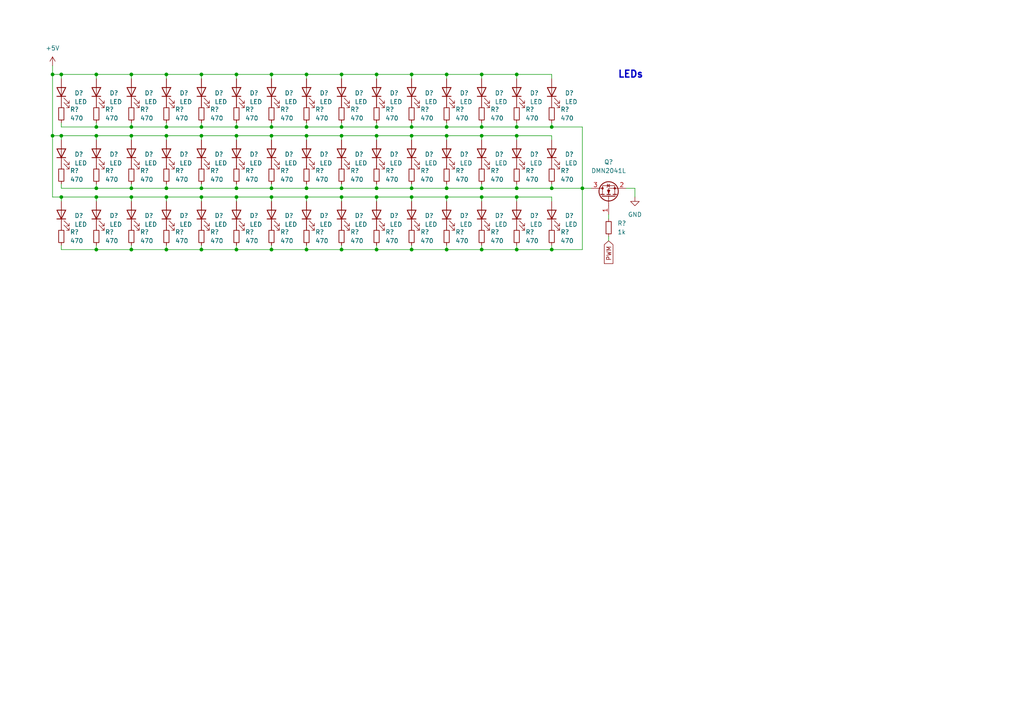
<source format=kicad_sch>
(kicad_sch (version 20211123) (generator eeschema)
  (paper "A4")
  (lib_symbols
    (symbol "Device:LED" (pin_numbers hide) (pin_names (offset 1.016) hide)
      (property "Reference" "D" (at 0 2.54 0))
      (property "Value" "LED" (at 0 -2.54 0))
      (symbol "LED_0_1"
        (polyline (pts (xy -1.27 -1.27) (xy -1.27 1.27)) (stroke (width 0.254)))
        (polyline (pts (xy -1.27 0) (xy 1.27 0)))
        (polyline (pts (xy 1.27 -1.27) (xy 1.27 1.27) (xy -1.27 0) (xy 1.27 -1.27)) (stroke (width 0.254)))
        (polyline (pts (xy -3.048 -0.762) (xy -4.572 -2.286) (xy -3.81 -2.286) (xy -4.572 -2.286) (xy -4.572 -1.524)))
        (polyline (pts (xy -1.778 -0.762) (xy -3.302 -2.286) (xy -2.54 -2.286) (xy -3.302 -2.286) (xy -3.302 -1.524)))
      )
      (symbol "LED_1_1"
        (pin passive line (at -3.81 0 0) (length 2.54) (name "K") (number "1"))
        (pin passive line (at 3.81 0 180) (length 2.54) (name "A") (number "2"))
      )
    )
    (symbol "Device:R_Small" (pin_numbers hide) (pin_names (offset 0.254) hide)
      (property "Reference" "R" (at 0.762 0.508 0))
      (property "Value" "R_Small" (at 0.762 -1.016 0))
      (symbol "R_Small_0_1"
        (rectangle (start -0.762 1.778) (end 0.762 -1.778) (stroke (width 0.2032)))
      )
      (symbol "R_Small_1_1"
        (pin passive line (at 0 2.54 270) (length 0.762) (name "~") (number "1"))
        (pin passive line (at 0 -2.54 90) (length 0.762) (name "~") (number "2"))
      )
    )
    (symbol "Transistor_FET:DMN2041L" (pin_names hide)
      (property "Reference" "Q" (at 5.08 1.905 0))
      (property "Value" "DMN2041L" (at 5.08 0 0))
      (symbol "DMN2041L_0_1"
        (polyline (pts (xy 0.254 0) (xy -2.54 0)))
        (polyline (pts (xy 0.254 1.905) (xy 0.254 -1.905)) (stroke (width 0.254)))
        (polyline (pts (xy 0.762 -1.27) (xy 0.762 -2.286)) (stroke (width 0.254)))
        (polyline (pts (xy 0.762 0.508) (xy 0.762 -0.508)) (stroke (width 0.254)))
        (polyline (pts (xy 0.762 2.286) (xy 0.762 1.27)) (stroke (width 0.254)))
        (polyline (pts (xy 2.54 2.54) (xy 2.54 1.778)))
        (polyline (pts (xy 2.54 -2.54) (xy 2.54 0) (xy 0.762 0)))
        (polyline (pts (xy 0.762 -1.778) (xy 3.302 -1.778) (xy 3.302 1.778) (xy 0.762 1.778)))
        (polyline (pts (xy 1.016 0) (xy 2.032 0.381) (xy 2.032 -0.381) (xy 1.016 0)) (fill (type outline)))
        (polyline (pts (xy 2.794 0.508) (xy 2.921 0.381) (xy 3.683 0.381) (xy 3.81 0.254)))
        (polyline (pts (xy 3.302 0.381) (xy 2.921 -0.254) (xy 3.683 -0.254) (xy 3.302 0.381)))
        (circle (center 1.651 0) (radius 2.794) (stroke (width 0.254)))
        (circle (center 2.54 -1.778) (radius 0.254) (fill (type outline)))
        (circle (center 2.54 1.778) (radius 0.254) (fill (type outline)))
      )
      (symbol "DMN2041L_1_1"
        (pin input line (at -5.08 0 0) (length 2.54) (name "G") (number "1"))
        (pin passive line (at 2.54 -5.08 90) (length 2.54) (name "S") (number "2"))
        (pin passive line (at 2.54 5.08 270) (length 2.54) (name "D") (number "3"))
      )
    )
    (symbol "power:+5V" (power) (pin_names (offset 0))
      (property "Value" "+5V" (at 0 3.556 0))
      (symbol "+5V_0_1"
        (polyline (pts (xy -0.762 1.27) (xy 0 2.54)))
        (polyline (pts (xy 0 0) (xy 0 2.54)))
        (polyline (pts (xy 0 2.54) (xy 0.762 1.27)))
      )
      (symbol "+5V_1_1"
        (pin power_in line (at 0 0 90) (length 0) hide (name "+5V") (number "1"))
      )
    )
    (symbol "power:GND" (power) (pin_names (offset 0))
      (property "Value" "GND" (at 0 -3.81 0))
      (symbol "GND_0_1"
        (polyline (pts (xy 0 0) (xy 0 -1.27) (xy 1.27 -1.27) (xy 0 -2.54) (xy -1.27 -1.27) (xy 0 -1.27)))
      )
      (symbol "GND_1_1"
        (pin power_in line (at 0 0 270) (length 0) hide (name "GND") (number "1"))
      )
    )
  )
  (junction (at 78.74 54.61))
  (junction (at 17.78 21.59))
  (junction (at 88.9 54.61))
  (junction (at 38.1 21.59))
  (junction (at 17.78 39.37))
  (junction (at 58.42 21.59))
  (junction (at 68.58 36.83))
  (junction (at 129.54 54.61))
  (junction (at 109.22 36.83))
  (junction (at 78.74 36.83))
  (junction (at 109.22 72.39))
  (junction (at 27.94 36.83))
  (junction (at 119.38 21.59))
  (junction (at 68.58 21.59))
  (junction (at 38.1 54.61))
  (junction (at 99.06 39.37))
  (junction (at 139.7 72.39))
  (junction (at 15.24 21.59))
  (junction (at 99.06 36.83))
  (junction (at 109.22 39.37))
  (junction (at 129.54 39.37))
  (junction (at 139.7 21.59))
  (junction (at 109.22 54.61))
  (junction (at 99.06 72.39))
  (junction (at 149.86 39.37))
  (junction (at 149.86 57.15))
  (junction (at 99.06 54.61))
  (junction (at 38.1 57.15))
  (junction (at 88.9 39.37))
  (junction (at 139.7 54.61))
  (junction (at 88.9 21.59))
  (junction (at 88.9 57.15))
  (junction (at 68.58 54.61))
  (junction (at 58.42 36.83))
  (junction (at 99.06 57.15))
  (junction (at 119.38 57.15))
  (junction (at 58.42 57.15))
  (junction (at 48.26 39.37))
  (junction (at 88.9 36.83))
  (junction (at 48.26 21.59))
  (junction (at 48.26 36.83))
  (junction (at 48.26 72.39))
  (junction (at 15.24 39.37))
  (junction (at 68.58 57.15))
  (junction (at 27.94 21.59))
  (junction (at 68.58 72.39))
  (junction (at 68.58 39.37))
  (junction (at 88.9 72.39))
  (junction (at 17.78 57.15))
  (junction (at 38.1 39.37))
  (junction (at 99.06 21.59))
  (junction (at 160.02 36.83))
  (junction (at 129.54 21.59))
  (junction (at 27.94 54.61))
  (junction (at 149.86 72.39))
  (junction (at 119.38 54.61))
  (junction (at 48.26 57.15))
  (junction (at 78.74 39.37))
  (junction (at 38.1 72.39))
  (junction (at 139.7 39.37))
  (junction (at 129.54 72.39))
  (junction (at 58.42 39.37))
  (junction (at 149.86 54.61))
  (junction (at 139.7 57.15))
  (junction (at 27.94 72.39))
  (junction (at 27.94 39.37))
  (junction (at 160.02 72.39))
  (junction (at 78.74 21.59))
  (junction (at 38.1 36.83))
  (junction (at 139.7 36.83))
  (junction (at 149.86 36.83))
  (junction (at 78.74 72.39))
  (junction (at 109.22 57.15))
  (junction (at 119.38 72.39))
  (junction (at 27.94 57.15))
  (junction (at 119.38 39.37))
  (junction (at 168.91 54.61))
  (junction (at 48.26 54.61))
  (junction (at 119.38 36.83))
  (junction (at 58.42 72.39))
  (junction (at 78.74 57.15))
  (junction (at 109.22 21.59))
  (junction (at 149.86 21.59))
  (junction (at 160.02 54.61))
  (junction (at 58.42 54.61))
  (junction (at 129.54 57.15))
  (junction (at 129.54 36.83))
  (wire (pts (xy 119.38 54.61) (xy 129.54 54.61)))
  (wire (pts (xy 78.74 72.39) (xy 88.9 72.39)))
  (wire (pts (xy 129.54 21.59) (xy 129.54 22.86)))
  (wire (pts (xy 58.42 21.59) (xy 68.58 21.59)))
  (wire (pts (xy 160.02 54.61) (xy 168.91 54.61)))
  (wire (pts (xy 68.58 57.15) (xy 78.74 57.15)))
  (wire (pts (xy 27.94 54.61) (xy 38.1 54.61)))
  (wire (pts (xy 78.74 21.59) (xy 88.9 21.59)))
  (wire (pts (xy 99.06 57.15) (xy 109.22 57.15)))
  (wire (pts (xy 38.1 39.37) (xy 48.26 39.37)))
  (wire (pts (xy 58.42 36.83) (xy 68.58 36.83)))
  (wire (pts (xy 99.06 36.83) (xy 109.22 36.83)))
  (wire (pts (xy 119.38 57.15) (xy 119.38 58.42)))
  (wire (pts (xy 58.42 54.61) (xy 68.58 54.61)))
  (wire (pts (xy 78.74 36.83) (xy 88.9 36.83)))
  (wire (pts (xy 149.86 57.15) (xy 160.02 57.15)))
  (wire (pts (xy 48.26 53.34) (xy 48.26 54.61)))
  (wire (pts (xy 119.38 39.37) (xy 129.54 39.37)))
  (wire (pts (xy 109.22 57.15) (xy 109.22 58.42)))
  (wire (pts (xy 88.9 35.56) (xy 88.9 36.83)))
  (wire (pts (xy 129.54 57.15) (xy 139.7 57.15)))
  (wire (pts (xy 38.1 53.34) (xy 38.1 54.61)))
  (wire (pts (xy 17.78 57.15) (xy 17.78 58.42)))
  (wire (pts (xy 109.22 39.37) (xy 109.22 40.64)))
  (wire (pts (xy 17.78 35.56) (xy 17.78 36.83)))
  (wire (pts (xy 109.22 53.34) (xy 109.22 54.61)))
  (wire (pts (xy 99.06 54.61) (xy 109.22 54.61)))
  (wire (pts (xy 119.38 21.59) (xy 119.38 22.86)))
  (wire (pts (xy 129.54 39.37) (xy 139.7 39.37)))
  (wire (pts (xy 139.7 53.34) (xy 139.7 54.61)))
  (wire (pts (xy 15.24 39.37) (xy 15.24 21.59)))
  (wire (pts (xy 58.42 57.15) (xy 58.42 58.42)))
  (wire (pts (xy 58.42 21.59) (xy 58.42 22.86)))
  (wire (pts (xy 27.94 57.15) (xy 27.94 58.42)))
  (wire (pts (xy 78.74 57.15) (xy 78.74 58.42)))
  (wire (pts (xy 119.38 72.39) (xy 129.54 72.39)))
  (wire (pts (xy 88.9 57.15) (xy 99.06 57.15)))
  (wire (pts (xy 109.22 54.61) (xy 119.38 54.61)))
  (wire (pts (xy 99.06 72.39) (xy 109.22 72.39)))
  (wire (pts (xy 109.22 57.15) (xy 119.38 57.15)))
  (wire (pts (xy 109.22 35.56) (xy 109.22 36.83)))
  (wire (pts (xy 17.78 71.12) (xy 17.78 72.39)))
  (wire (pts (xy 68.58 71.12) (xy 68.58 72.39)))
  (wire (pts (xy 38.1 71.12) (xy 38.1 72.39)))
  (wire (pts (xy 68.58 57.15) (xy 68.58 58.42)))
  (wire (pts (xy 109.22 21.59) (xy 119.38 21.59)))
  (wire (pts (xy 58.42 39.37) (xy 58.42 40.64)))
  (wire (pts (xy 139.7 57.15) (xy 149.86 57.15)))
  (wire (pts (xy 149.86 39.37) (xy 149.86 40.64)))
  (wire (pts (xy 48.26 57.15) (xy 48.26 58.42)))
  (wire (pts (xy 149.86 35.56) (xy 149.86 36.83)))
  (wire (pts (xy 139.7 39.37) (xy 149.86 39.37)))
  (wire (pts (xy 27.94 57.15) (xy 38.1 57.15)))
  (wire (pts (xy 48.26 39.37) (xy 48.26 40.64)))
  (wire (pts (xy 129.54 54.61) (xy 139.7 54.61)))
  (wire (pts (xy 17.78 36.83) (xy 27.94 36.83)))
  (wire (pts (xy 78.74 53.34) (xy 78.74 54.61)))
  (wire (pts (xy 78.74 54.61) (xy 88.9 54.61)))
  (wire (pts (xy 119.38 36.83) (xy 129.54 36.83)))
  (wire (pts (xy 48.26 72.39) (xy 58.42 72.39)))
  (wire (pts (xy 99.06 57.15) (xy 99.06 58.42)))
  (wire (pts (xy 38.1 57.15) (xy 38.1 58.42)))
  (wire (pts (xy 78.74 21.59) (xy 78.74 22.86)))
  (wire (pts (xy 48.26 57.15) (xy 58.42 57.15)))
  (wire (pts (xy 48.26 36.83) (xy 58.42 36.83)))
  (wire (pts (xy 88.9 57.15) (xy 88.9 58.42)))
  (wire (pts (xy 129.54 71.12) (xy 129.54 72.39)))
  (wire (pts (xy 109.22 39.37) (xy 119.38 39.37)))
  (wire (pts (xy 17.78 57.15) (xy 27.94 57.15)))
  (wire (pts (xy 48.26 39.37) (xy 58.42 39.37)))
  (wire (pts (xy 119.38 39.37) (xy 119.38 40.64)))
  (wire (pts (xy 168.91 36.83) (xy 168.91 54.61)))
  (wire (pts (xy 88.9 39.37) (xy 99.06 39.37)))
  (wire (pts (xy 160.02 36.83) (xy 168.91 36.83)))
  (wire (pts (xy 68.58 53.34) (xy 68.58 54.61)))
  (wire (pts (xy 99.06 39.37) (xy 99.06 40.64)))
  (wire (pts (xy 119.38 71.12) (xy 119.38 72.39)))
  (wire (pts (xy 139.7 71.12) (xy 139.7 72.39)))
  (wire (pts (xy 27.94 21.59) (xy 27.94 22.86)))
  (wire (pts (xy 68.58 21.59) (xy 78.74 21.59)))
  (wire (pts (xy 139.7 36.83) (xy 149.86 36.83)))
  (wire (pts (xy 129.54 57.15) (xy 129.54 58.42)))
  (wire (pts (xy 139.7 72.39) (xy 149.86 72.39)))
  (wire (pts (xy 68.58 36.83) (xy 78.74 36.83)))
  (wire (pts (xy 109.22 71.12) (xy 109.22 72.39)))
  (wire (pts (xy 88.9 39.37) (xy 88.9 40.64)))
  (wire (pts (xy 129.54 36.83) (xy 139.7 36.83)))
  (wire (pts (xy 27.94 53.34) (xy 27.94 54.61)))
  (wire (pts (xy 160.02 21.59) (xy 160.02 22.86)))
  (wire (pts (xy 149.86 21.59) (xy 160.02 21.59)))
  (wire (pts (xy 176.53 68.58) (xy 176.53 69.85)))
  (wire (pts (xy 58.42 39.37) (xy 68.58 39.37)))
  (wire (pts (xy 168.91 54.61) (xy 171.45 54.61)))
  (wire (pts (xy 99.06 71.12) (xy 99.06 72.39)))
  (wire (pts (xy 17.78 57.15) (xy 15.24 57.15)))
  (wire (pts (xy 88.9 53.34) (xy 88.9 54.61)))
  (wire (pts (xy 15.24 21.59) (xy 17.78 21.59)))
  (wire (pts (xy 129.54 21.59) (xy 139.7 21.59)))
  (wire (pts (xy 68.58 39.37) (xy 68.58 40.64)))
  (wire (pts (xy 168.91 72.39) (xy 160.02 72.39)))
  (wire (pts (xy 88.9 71.12) (xy 88.9 72.39)))
  (wire (pts (xy 149.86 57.15) (xy 149.86 58.42)))
  (wire (pts (xy 149.86 21.59) (xy 149.86 22.86)))
  (wire (pts (xy 176.53 63.5) (xy 176.53 62.23)))
  (wire (pts (xy 129.54 35.56) (xy 129.54 36.83)))
  (wire (pts (xy 58.42 35.56) (xy 58.42 36.83)))
  (wire (pts (xy 27.94 39.37) (xy 27.94 40.64)))
  (wire (pts (xy 78.74 39.37) (xy 88.9 39.37)))
  (wire (pts (xy 129.54 53.34) (xy 129.54 54.61)))
  (wire (pts (xy 149.86 72.39) (xy 160.02 72.39)))
  (wire (pts (xy 15.24 39.37) (xy 17.78 39.37)))
  (wire (pts (xy 27.94 72.39) (xy 38.1 72.39)))
  (wire (pts (xy 184.15 54.61) (xy 184.15 57.15)))
  (wire (pts (xy 68.58 39.37) (xy 78.74 39.37)))
  (wire (pts (xy 48.26 21.59) (xy 48.26 22.86)))
  (wire (pts (xy 78.74 39.37) (xy 78.74 40.64)))
  (wire (pts (xy 160.02 71.12) (xy 160.02 72.39)))
  (wire (pts (xy 88.9 21.59) (xy 99.06 21.59)))
  (wire (pts (xy 48.26 54.61) (xy 58.42 54.61)))
  (wire (pts (xy 27.94 36.83) (xy 38.1 36.83)))
  (wire (pts (xy 17.78 39.37) (xy 17.78 40.64)))
  (wire (pts (xy 109.22 72.39) (xy 119.38 72.39)))
  (wire (pts (xy 17.78 21.59) (xy 27.94 21.59)))
  (wire (pts (xy 17.78 54.61) (xy 27.94 54.61)))
  (wire (pts (xy 38.1 36.83) (xy 48.26 36.83)))
  (wire (pts (xy 99.06 21.59) (xy 109.22 21.59)))
  (wire (pts (xy 38.1 54.61) (xy 48.26 54.61)))
  (wire (pts (xy 160.02 57.15) (xy 160.02 58.42)))
  (wire (pts (xy 68.58 72.39) (xy 78.74 72.39)))
  (wire (pts (xy 17.78 72.39) (xy 27.94 72.39)))
  (wire (pts (xy 38.1 39.37) (xy 38.1 40.64)))
  (wire (pts (xy 58.42 53.34) (xy 58.42 54.61)))
  (wire (pts (xy 149.86 53.34) (xy 149.86 54.61)))
  (wire (pts (xy 38.1 72.39) (xy 48.26 72.39)))
  (wire (pts (xy 27.94 71.12) (xy 27.94 72.39)))
  (wire (pts (xy 181.61 54.61) (xy 184.15 54.61)))
  (wire (pts (xy 149.86 54.61) (xy 160.02 54.61)))
  (wire (pts (xy 119.38 53.34) (xy 119.38 54.61)))
  (wire (pts (xy 78.74 71.12) (xy 78.74 72.39)))
  (wire (pts (xy 160.02 53.34) (xy 160.02 54.61)))
  (wire (pts (xy 58.42 72.39) (xy 68.58 72.39)))
  (wire (pts (xy 58.42 71.12) (xy 58.42 72.39)))
  (wire (pts (xy 38.1 21.59) (xy 38.1 22.86)))
  (wire (pts (xy 48.26 35.56) (xy 48.26 36.83)))
  (wire (pts (xy 27.94 21.59) (xy 38.1 21.59)))
  (wire (pts (xy 99.06 21.59) (xy 99.06 22.86)))
  (wire (pts (xy 139.7 35.56) (xy 139.7 36.83)))
  (wire (pts (xy 48.26 21.59) (xy 58.42 21.59)))
  (wire (pts (xy 99.06 35.56) (xy 99.06 36.83)))
  (wire (pts (xy 139.7 39.37) (xy 139.7 40.64)))
  (wire (pts (xy 88.9 54.61) (xy 99.06 54.61)))
  (wire (pts (xy 68.58 54.61) (xy 78.74 54.61)))
  (wire (pts (xy 68.58 21.59) (xy 68.58 22.86)))
  (wire (pts (xy 129.54 39.37) (xy 129.54 40.64)))
  (wire (pts (xy 109.22 21.59) (xy 109.22 22.86)))
  (wire (pts (xy 17.78 21.59) (xy 17.78 22.86)))
  (wire (pts (xy 168.91 54.61) (xy 168.91 72.39)))
  (wire (pts (xy 149.86 71.12) (xy 149.86 72.39)))
  (wire (pts (xy 160.02 35.56) (xy 160.02 36.83)))
  (wire (pts (xy 139.7 54.61) (xy 149.86 54.61)))
  (wire (pts (xy 88.9 72.39) (xy 99.06 72.39)))
  (wire (pts (xy 27.94 35.56) (xy 27.94 36.83)))
  (wire (pts (xy 149.86 36.83) (xy 160.02 36.83)))
  (wire (pts (xy 119.38 35.56) (xy 119.38 36.83)))
  (wire (pts (xy 119.38 21.59) (xy 129.54 21.59)))
  (wire (pts (xy 68.58 35.56) (xy 68.58 36.83)))
  (wire (pts (xy 139.7 57.15) (xy 139.7 58.42)))
  (wire (pts (xy 27.94 39.37) (xy 38.1 39.37)))
  (wire (pts (xy 48.26 71.12) (xy 48.26 72.39)))
  (wire (pts (xy 78.74 57.15) (xy 88.9 57.15)))
  (wire (pts (xy 88.9 36.83) (xy 99.06 36.83)))
  (wire (pts (xy 149.86 39.37) (xy 160.02 39.37)))
  (wire (pts (xy 15.24 19.05) (xy 15.24 21.59)))
  (wire (pts (xy 38.1 57.15) (xy 48.26 57.15)))
  (wire (pts (xy 129.54 72.39) (xy 139.7 72.39)))
  (wire (pts (xy 38.1 21.59) (xy 48.26 21.59)))
  (wire (pts (xy 17.78 39.37) (xy 27.94 39.37)))
  (wire (pts (xy 99.06 53.34) (xy 99.06 54.61)))
  (wire (pts (xy 38.1 35.56) (xy 38.1 36.83)))
  (wire (pts (xy 15.24 57.15) (xy 15.24 39.37)))
  (wire (pts (xy 78.74 35.56) (xy 78.74 36.83)))
  (wire (pts (xy 160.02 39.37) (xy 160.02 40.64)))
  (wire (pts (xy 17.78 53.34) (xy 17.78 54.61)))
  (wire (pts (xy 58.42 57.15) (xy 68.58 57.15)))
  (wire (pts (xy 139.7 21.59) (xy 149.86 21.59)))
  (wire (pts (xy 109.22 36.83) (xy 119.38 36.83)))
  (wire (pts (xy 88.9 21.59) (xy 88.9 22.86)))
  (wire (pts (xy 139.7 21.59) (xy 139.7 22.86)))
  (wire (pts (xy 99.06 39.37) (xy 109.22 39.37)))
  (wire (pts (xy 119.38 57.15) (xy 129.54 57.15)))
  (text "LEDs" (at 186.69 22.86 180) (effects (font (size 2 2) bold) (justify right bottom)))
  (global_label "PWM" (shape input) (at 176.53 69.85 270) (property "Intersheet References" "${INTERSHEET_REFS}" (at 176.4506 76.436 90) (effects (justify right))))
  (symbol (lib_id "Device:LED") (at 149.86 62.23 90) (unit 1)
    (property "Reference" "D?" (at 153.67 62.5474 90) (effects (justify right)))
    (property "Value" "LED" (at 153.67 65.0874 90) (effects (justify right)))
  )
  (symbol (lib_id "Device:LED") (at 58.42 62.23 90) (unit 1)
    (property "Reference" "D?" (at 62.23 62.5474 90) (effects (justify right)))
    (property "Value" "LED" (at 62.23 65.0874 90) (effects (justify right)))
  )
  (symbol (lib_id "Device:LED") (at 17.78 26.67 90) (unit 1)
    (property "Reference" "D?" (at 21.59 26.9874 90) (effects (justify right)))
    (property "Value" "LED" (at 21.59 29.5274 90) (effects (justify right)))
  )
  (symbol (lib_id "Device:LED") (at 38.1 62.23 90) (unit 1)
    (property "Reference" "D?" (at 41.91 62.5474 90) (effects (justify right)))
    (property "Value" "LED" (at 41.91 65.0874 90) (effects (justify right)))
  )
  (symbol (lib_id "Device:R_Small") (at 68.58 68.58 0) (unit 1)
    (property "Reference" "R?" (at 71.12 67.3099 0) (effects (justify left)))
    (property "Value" "470" (at 71.12 69.8499 0) (effects (justify left)))
  )
  (symbol (lib_id "Device:LED") (at 99.06 62.23 90) (unit 1)
    (property "Reference" "D?" (at 102.87 62.5474 90) (effects (justify right)))
    (property "Value" "LED" (at 102.87 65.0874 90) (effects (justify right)))
  )
  (symbol (lib_id "Device:LED") (at 160.02 44.45 90) (unit 1)
    (property "Reference" "D?" (at 163.83 44.7674 90) (effects (justify right)))
    (property "Value" "LED" (at 163.83 47.3074 90) (effects (justify right)))
  )
  (symbol (lib_id "Device:LED") (at 58.42 44.45 90) (unit 1)
    (property "Reference" "D?" (at 62.23 44.7674 90) (effects (justify right)))
    (property "Value" "LED" (at 62.23 47.3074 90) (effects (justify right)))
  )
  (symbol (lib_id "Device:R_Small") (at 88.9 50.8 0) (unit 1)
    (property "Reference" "R?" (at 91.44 49.5299 0) (effects (justify left)))
    (property "Value" "470" (at 91.44 52.0699 0) (effects (justify left)))
  )
  (symbol (lib_id "Device:LED") (at 27.94 62.23 90) (unit 1)
    (property "Reference" "D?" (at 31.75 62.5474 90) (effects (justify right)))
    (property "Value" "LED" (at 31.75 65.0874 90) (effects (justify right)))
  )
  (symbol (lib_id "Device:LED") (at 129.54 26.67 90) (unit 1)
    (property "Reference" "D?" (at 133.35 26.9874 90) (effects (justify right)))
    (property "Value" "LED" (at 133.35 29.5274 90) (effects (justify right)))
  )
  (symbol (lib_id "Device:R_Small") (at 119.38 33.02 0) (unit 1)
    (property "Reference" "R?" (at 121.92 31.7499 0) (effects (justify left)))
    (property "Value" "470" (at 121.92 34.2899 0) (effects (justify left)))
  )
  (symbol (lib_id "Device:R_Small") (at 58.42 68.58 0) (unit 1)
    (property "Reference" "R?" (at 60.96 67.3099 0) (effects (justify left)))
    (property "Value" "470" (at 60.96 69.8499 0) (effects (justify left)))
  )
  (symbol (lib_id "Device:LED") (at 99.06 26.67 90) (unit 1)
    (property "Reference" "D?" (at 102.87 26.9874 90) (effects (justify right)))
    (property "Value" "LED" (at 102.87 29.5274 90) (effects (justify right)))
  )
  (symbol (lib_id "Device:R_Small") (at 17.78 33.02 0) (unit 1)
    (property "Reference" "R?" (at 20.32 31.7499 0) (effects (justify left)))
    (property "Value" "470" (at 20.32 34.2899 0) (effects (justify left)))
  )
  (symbol (lib_id "Device:LED") (at 129.54 62.23 90) (unit 1)
    (property "Reference" "D?" (at 133.35 62.5474 90) (effects (justify right)))
    (property "Value" "LED" (at 133.35 65.0874 90) (effects (justify right)))
  )
  (symbol (lib_id "Device:R_Small") (at 129.54 68.58 0) (unit 1)
    (property "Reference" "R?" (at 132.08 67.3099 0) (effects (justify left)))
    (property "Value" "470" (at 132.08 69.8499 0) (effects (justify left)))
  )
  (symbol (lib_id "Device:LED") (at 160.02 26.67 90) (unit 1)
    (property "Reference" "D?" (at 163.83 26.9874 90) (effects (justify right)))
    (property "Value" "LED" (at 163.83 29.5274 90) (effects (justify right)))
  )
  (symbol (lib_id "Device:R_Small") (at 17.78 50.8 0) (unit 1)
    (property "Reference" "R?" (at 20.32 49.5299 0) (effects (justify left)))
    (property "Value" "470" (at 20.32 52.0699 0) (effects (justify left)))
  )
  (symbol (lib_id "Device:LED") (at 109.22 44.45 90) (unit 1)
    (property "Reference" "D?" (at 113.03 44.7674 90) (effects (justify right)))
    (property "Value" "LED" (at 113.03 47.3074 90) (effects (justify right)))
  )
  (symbol (lib_id "Device:R_Small") (at 139.7 33.02 0) (unit 1)
    (property "Reference" "R?" (at 142.24 31.7499 0) (effects (justify left)))
    (property "Value" "470" (at 142.24 34.2899 0) (effects (justify left)))
  )
  (symbol (lib_id "Device:LED") (at 119.38 62.23 90) (unit 1)
    (property "Reference" "D?" (at 123.19 62.5474 90) (effects (justify right)))
    (property "Value" "LED" (at 123.19 65.0874 90) (effects (justify right)))
  )
  (symbol (lib_id "Device:LED") (at 58.42 26.67 90) (unit 1)
    (property "Reference" "D?" (at 62.23 26.9874 90) (effects (justify right)))
    (property "Value" "LED" (at 62.23 29.5274 90) (effects (justify right)))
  )
  (symbol (lib_id "Device:LED") (at 78.74 62.23 90) (unit 1)
    (property "Reference" "D?" (at 82.55 62.5474 90) (effects (justify right)))
    (property "Value" "LED" (at 82.55 65.0874 90) (effects (justify right)))
  )
  (symbol (lib_id "Device:R_Small") (at 160.02 33.02 0) (unit 1)
    (property "Reference" "R?" (at 162.56 31.7499 0) (effects (justify left)))
    (property "Value" "470" (at 162.56 34.2899 0) (effects (justify left)))
  )
  (symbol (lib_id "Device:LED") (at 38.1 26.67 90) (unit 1)
    (property "Reference" "D?" (at 41.91 26.9874 90) (effects (justify right)))
    (property "Value" "LED" (at 41.91 29.5274 90) (effects (justify right)))
  )
  (symbol (lib_id "Device:LED") (at 119.38 26.67 90) (unit 1)
    (property "Reference" "D?" (at 123.19 26.9874 90) (effects (justify right)))
    (property "Value" "LED" (at 123.19 29.5274 90) (effects (justify right)))
  )
  (symbol (lib_id "Device:LED") (at 68.58 44.45 90) (unit 1)
    (property "Reference" "D?" (at 72.39 44.7674 90) (effects (justify right)))
    (property "Value" "LED" (at 72.39 47.3074 90) (effects (justify right)))
  )
  (symbol (lib_id "Device:LED") (at 109.22 62.23 90) (unit 1)
    (property "Reference" "D?" (at 113.03 62.5474 90) (effects (justify right)))
    (property "Value" "LED" (at 113.03 65.0874 90) (effects (justify right)))
  )
  (symbol (lib_id "Device:R_Small") (at 27.94 33.02 0) (unit 1)
    (property "Reference" "R?" (at 30.48 31.7499 0) (effects (justify left)))
    (property "Value" "470" (at 30.48 34.2899 0) (effects (justify left)))
  )
  (symbol (lib_id "Device:LED") (at 139.7 26.67 90) (unit 1)
    (property "Reference" "D?" (at 143.51 26.9874 90) (effects (justify right)))
    (property "Value" "LED" (at 143.51 29.5274 90) (effects (justify right)))
  )
  (symbol (lib_id "Transistor_FET:DMN2041L") (at 176.53 57.15 90) (unit 1)
    (property "Reference" "Q?" (at 176.53 46.99 90))
    (property "Value" "DMN2041L" (at 176.53 49.53 90))
    (property "Footprint" "Package_TO_SOT_SMD:SOT-23" (effects hide))
    (property "Datasheet" "https://www.diodes.com/assets/Datasheets/products_inactive_data/DMN2041L.pdf" (effects hide))
  )
  (symbol (lib_id "Device:R_Small") (at 99.06 50.8 0) (unit 1)
    (property "Reference" "R?" (at 101.6 49.5299 0) (effects (justify left)))
    (property "Value" "470" (at 101.6 52.0699 0) (effects (justify left)))
  )
  (symbol (lib_id "Device:R_Small") (at 129.54 50.8 0) (unit 1)
    (property "Reference" "R?" (at 132.08 49.5299 0) (effects (justify left)))
    (property "Value" "470" (at 132.08 52.0699 0) (effects (justify left)))
  )
  (symbol (lib_id "Device:LED") (at 160.02 62.23 90) (unit 1)
    (property "Reference" "D?" (at 163.83 62.5474 90) (effects (justify right)))
    (property "Value" "LED" (at 163.83 65.0874 90) (effects (justify right)))
  )
  (symbol (lib_id "Device:R_Small") (at 129.54 33.02 0) (unit 1)
    (property "Reference" "R?" (at 132.08 31.7499 0) (effects (justify left)))
    (property "Value" "470" (at 132.08 34.2899 0) (effects (justify left)))
  )
  (symbol (lib_id "Device:R_Small") (at 160.02 50.8 0) (unit 1)
    (property "Reference" "R?" (at 162.56 49.5299 0) (effects (justify left)))
    (property "Value" "470" (at 162.56 52.0699 0) (effects (justify left)))
  )
  (symbol (lib_id "Device:LED") (at 27.94 44.45 90) (unit 1)
    (property "Reference" "D?" (at 31.75 44.7674 90) (effects (justify right)))
    (property "Value" "LED" (at 31.75 47.3074 90) (effects (justify right)))
  )
  (symbol (lib_id "Device:LED") (at 139.7 44.45 90) (unit 1)
    (property "Reference" "D?" (at 143.51 44.7674 90) (effects (justify right)))
    (property "Value" "LED" (at 143.51 47.3074 90) (effects (justify right)))
  )
  (symbol (lib_id "Device:LED") (at 129.54 44.45 90) (unit 1)
    (property "Reference" "D?" (at 133.35 44.7674 90) (effects (justify right)))
    (property "Value" "LED" (at 133.35 47.3074 90) (effects (justify right)))
  )
  (symbol (lib_id "Device:R_Small") (at 119.38 50.8 0) (unit 1)
    (property "Reference" "R?" (at 121.92 49.5299 0) (effects (justify left)))
    (property "Value" "470" (at 121.92 52.0699 0) (effects (justify left)))
  )
  (symbol (lib_id "Device:R_Small") (at 48.26 68.58 0) (unit 1)
    (property "Reference" "R?" (at 50.8 67.3099 0) (effects (justify left)))
    (property "Value" "470" (at 50.8 69.8499 0) (effects (justify left)))
  )
  (symbol (lib_id "Device:LED") (at 119.38 44.45 90) (unit 1)
    (property "Reference" "D?" (at 123.19 44.7674 90) (effects (justify right)))
    (property "Value" "LED" (at 123.19 47.3074 90) (effects (justify right)))
  )
  (symbol (lib_id "Device:LED") (at 109.22 26.67 90) (unit 1)
    (property "Reference" "D?" (at 113.03 26.9874 90) (effects (justify right)))
    (property "Value" "LED" (at 113.03 29.5274 90) (effects (justify right)))
  )
  (symbol (lib_id "Device:R_Small") (at 109.22 68.58 0) (unit 1)
    (property "Reference" "R?" (at 111.76 67.3099 0) (effects (justify left)))
    (property "Value" "470" (at 111.76 69.8499 0) (effects (justify left)))
  )
  (symbol (lib_id "Device:R_Small") (at 78.74 50.8 0) (unit 1)
    (property "Reference" "R?" (at 81.28 49.5299 0) (effects (justify left)))
    (property "Value" "470" (at 81.28 52.0699 0) (effects (justify left)))
  )
  (symbol (lib_id "Device:R_Small") (at 58.42 33.02 0) (unit 1)
    (property "Reference" "R?" (at 60.96 31.7499 0) (effects (justify left)))
    (property "Value" "470" (at 60.96 34.2899 0) (effects (justify left)))
  )
  (symbol (lib_id "Device:LED") (at 78.74 26.67 90) (unit 1)
    (property "Reference" "D?" (at 82.55 26.9874 90) (effects (justify right)))
    (property "Value" "LED" (at 82.55 29.5274 90) (effects (justify right)))
  )
  (symbol (lib_id "Device:R_Small") (at 109.22 33.02 0) (unit 1)
    (property "Reference" "R?" (at 111.76 31.7499 0) (effects (justify left)))
    (property "Value" "470" (at 111.76 34.2899 0) (effects (justify left)))
  )
  (symbol (lib_id "Device:R_Small") (at 176.53 66.04 0) (unit 1)
    (property "Reference" "R?" (at 179.07 64.7699 0) (effects (justify left)))
    (property "Value" "1k" (at 179.07 67.3099 0) (effects (justify left)))
  )
  (symbol (lib_id "Device:R_Small") (at 78.74 68.58 0) (unit 1)
    (property "Reference" "R?" (at 81.28 67.3099 0) (effects (justify left)))
    (property "Value" "470" (at 81.28 69.8499 0) (effects (justify left)))
  )
  (symbol (lib_id "Device:R_Small") (at 88.9 33.02 0) (unit 1)
    (property "Reference" "R?" (at 91.44 31.7499 0) (effects (justify left)))
    (property "Value" "470" (at 91.44 34.2899 0) (effects (justify left)))
  )
  (symbol (lib_id "power:+5V") (at 15.24 19.05 0) (unit 1)
    (property "Reference" "#PWR?" (effects hide))
    (property "Value" "+5V" (at 15.24 13.97 0))
  )
  (symbol (lib_id "Device:LED") (at 48.26 44.45 90) (unit 1)
    (property "Reference" "D?" (at 52.07 44.7674 90) (effects (justify right)))
    (property "Value" "LED" (at 52.07 47.3074 90) (effects (justify right)))
  )
  (symbol (lib_id "Device:LED") (at 88.9 44.45 90) (unit 1)
    (property "Reference" "D?" (at 92.71 44.7674 90) (effects (justify right)))
    (property "Value" "LED" (at 92.71 47.3074 90) (effects (justify right)))
  )
  (symbol (lib_id "Device:LED") (at 48.26 62.23 90) (unit 1)
    (property "Reference" "D?" (at 52.07 62.5474 90) (effects (justify right)))
    (property "Value" "LED" (at 52.07 65.0874 90) (effects (justify right)))
  )
  (symbol (lib_id "Device:R_Small") (at 38.1 33.02 0) (unit 1)
    (property "Reference" "R?" (at 40.64 31.7499 0) (effects (justify left)))
    (property "Value" "470" (at 40.64 34.2899 0) (effects (justify left)))
  )
  (symbol (lib_id "Device:R_Small") (at 149.86 33.02 0) (unit 1)
    (property "Reference" "R?" (at 152.4 31.7499 0) (effects (justify left)))
    (property "Value" "470" (at 152.4 34.2899 0) (effects (justify left)))
  )
  (symbol (lib_id "Device:R_Small") (at 149.86 68.58 0) (unit 1)
    (property "Reference" "R?" (at 152.4 67.3099 0) (effects (justify left)))
    (property "Value" "470" (at 152.4 69.8499 0) (effects (justify left)))
  )
  (symbol (lib_id "Device:R_Small") (at 48.26 33.02 0) (unit 1)
    (property "Reference" "R?" (at 50.8 31.7499 0) (effects (justify left)))
    (property "Value" "470" (at 50.8 34.2899 0) (effects (justify left)))
  )
  (symbol (lib_id "Device:LED") (at 68.58 62.23 90) (unit 1)
    (property "Reference" "D?" (at 72.39 62.5474 90) (effects (justify right)))
    (property "Value" "LED" (at 72.39 65.0874 90) (effects (justify right)))
  )
  (symbol (lib_id "Device:R_Small") (at 139.7 68.58 0) (unit 1)
    (property "Reference" "R?" (at 142.24 67.3099 0) (effects (justify left)))
    (property "Value" "470" (at 142.24 69.8499 0) (effects (justify left)))
  )
  (symbol (lib_id "Device:R_Small") (at 149.86 50.8 0) (unit 1)
    (property "Reference" "R?" (at 152.4 49.5299 0) (effects (justify left)))
    (property "Value" "470" (at 152.4 52.0699 0) (effects (justify left)))
  )
  (symbol (lib_id "Device:LED") (at 139.7 62.23 90) (unit 1)
    (property "Reference" "D?" (at 143.51 62.5474 90) (effects (justify right)))
    (property "Value" "LED" (at 143.51 65.0874 90) (effects (justify right)))
  )
  (symbol (lib_id "Device:R_Small") (at 160.02 68.58 0) (unit 1)
    (property "Reference" "R?" (at 162.56 67.3099 0) (effects (justify left)))
    (property "Value" "470" (at 162.56 69.8499 0) (effects (justify left)))
  )
  (symbol (lib_id "Device:R_Small") (at 48.26 50.8 0) (unit 1)
    (property "Reference" "R?" (at 50.8 49.5299 0) (effects (justify left)))
    (property "Value" "470" (at 50.8 52.0699 0) (effects (justify left)))
  )
  (symbol (lib_id "Device:R_Small") (at 109.22 50.8 0) (unit 1)
    (property "Reference" "R?" (at 111.76 49.5299 0) (effects (justify left)))
    (property "Value" "470" (at 111.76 52.0699 0) (effects (justify left)))
  )
  (symbol (lib_id "Device:R_Small") (at 68.58 33.02 0) (unit 1)
    (property "Reference" "R?" (at 71.12 31.7499 0) (effects (justify left)))
    (property "Value" "470" (at 71.12 34.2899 0) (effects (justify left)))
  )
  (symbol (lib_id "Device:R_Small") (at 119.38 68.58 0) (unit 1)
    (property "Reference" "R?" (at 121.92 67.3099 0) (effects (justify left)))
    (property "Value" "470" (at 121.92 69.8499 0) (effects (justify left)))
  )
  (symbol (lib_id "Device:LED") (at 99.06 44.45 90) (unit 1)
    (property "Reference" "D?" (at 102.87 44.7674 90) (effects (justify right)))
    (property "Value" "LED" (at 102.87 47.3074 90) (effects (justify right)))
  )
  (symbol (lib_id "Device:R_Small") (at 17.78 68.58 0) (unit 1)
    (property "Reference" "R?" (at 20.32 67.3099 0) (effects (justify left)))
    (property "Value" "470" (at 20.32 69.8499 0) (effects (justify left)))
  )
  (symbol (lib_id "Device:R_Small") (at 78.74 33.02 0) (unit 1)
    (property "Reference" "R?" (at 81.28 31.7499 0) (effects (justify left)))
    (property "Value" "470" (at 81.28 34.2899 0) (effects (justify left)))
  )
  (symbol (lib_id "power:GND") (at 184.15 57.15 0) (unit 1)
    (property "Reference" "#PWR?" (effects hide))
    (property "Value" "GND" (at 184.15 62.23 0))
  )
  (symbol (lib_id "Device:LED") (at 88.9 62.23 90) (unit 1)
    (property "Reference" "D?" (at 92.71 62.5474 90) (effects (justify right)))
    (property "Value" "LED" (at 92.71 65.0874 90) (effects (justify right)))
  )
  (symbol (lib_id "Device:LED") (at 17.78 62.23 90) (unit 1)
    (property "Reference" "D?" (at 21.59 62.5474 90) (effects (justify right)))
    (property "Value" "LED" (at 21.59 65.0874 90) (effects (justify right)))
  )
  (symbol (lib_id "Device:LED") (at 48.26 26.67 90) (unit 1)
    (property "Reference" "D?" (at 52.07 26.9874 90) (effects (justify right)))
    (property "Value" "LED" (at 52.07 29.5274 90) (effects (justify right)))
  )
  (symbol (lib_id "Device:R_Small") (at 88.9 68.58 0) (unit 1)
    (property "Reference" "R?" (at 91.44 67.3099 0) (effects (justify left)))
    (property "Value" "470" (at 91.44 69.8499 0) (effects (justify left)))
  )
  (symbol (lib_id "Device:LED") (at 88.9 26.67 90) (unit 1)
    (property "Reference" "D?" (at 92.71 26.9874 90) (effects (justify right)))
    (property "Value" "LED" (at 92.71 29.5274 90) (effects (justify right)))
  )
  (symbol (lib_id "Device:R_Small") (at 139.7 50.8 0) (unit 1)
    (property "Reference" "R?" (at 142.24 49.5299 0) (effects (justify left)))
    (property "Value" "470" (at 142.24 52.0699 0) (effects (justify left)))
  )
  (symbol (lib_id "Device:R_Small") (at 38.1 68.58 0) (unit 1)
    (property "Reference" "R?" (at 40.64 67.3099 0) (effects (justify left)))
    (property "Value" "470" (at 40.64 69.8499 0) (effects (justify left)))
  )
  (symbol (lib_id "Device:R_Small") (at 99.06 33.02 0) (unit 1)
    (property "Reference" "R?" (at 101.6 31.7499 0) (effects (justify left)))
    (property "Value" "470" (at 101.6 34.2899 0) (effects (justify left)))
  )
  (symbol (lib_id "Device:R_Small") (at 38.1 50.8 0) (unit 1)
    (property "Reference" "R?" (at 40.64 49.5299 0) (effects (justify left)))
    (property "Value" "470" (at 40.64 52.0699 0) (effects (justify left)))
  )
  (symbol (lib_id "Device:R_Small") (at 27.94 50.8 0) (unit 1)
    (property "Reference" "R?" (at 30.48 49.5299 0) (effects (justify left)))
    (property "Value" "470" (at 30.48 52.0699 0) (effects (justify left)))
  )
  (symbol (lib_id "Device:LED") (at 17.78 44.45 90) (unit 1)
    (property "Reference" "D?" (at 21.59 44.7674 90) (effects (justify right)))
    (property "Value" "LED" (at 21.59 47.3074 90) (effects (justify right)))
  )
  (symbol (lib_id "Device:R_Small") (at 99.06 68.58 0) (unit 1)
    (property "Reference" "R?" (at 101.6 67.3099 0) (effects (justify left)))
    (property "Value" "470" (at 101.6 69.8499 0) (effects (justify left)))
  )
  (symbol (lib_id "Device:R_Small") (at 58.42 50.8 0) (unit 1)
    (property "Reference" "R?" (at 60.96 49.5299 0) (effects (justify left)))
    (property "Value" "470" (at 60.96 52.0699 0) (effects (justify left)))
  )
  (symbol (lib_id "Device:R_Small") (at 27.94 68.58 0) (unit 1)
    (property "Reference" "R?" (at 30.48 67.3099 0) (effects (justify left)))
    (property "Value" "470" (at 30.48 69.8499 0) (effects (justify left)))
  )
  (symbol (lib_id "Device:LED") (at 78.74 44.45 90) (unit 1)
    (property "Reference" "D?" (at 82.55 44.7674 90) (effects (justify right)))
    (property "Value" "LED" (at 82.55 47.3074 90) (effects (justify right)))
  )
  (symbol (lib_id "Device:LED") (at 68.58 26.67 90) (unit 1)
    (property "Reference" "D?" (at 72.39 26.9874 90) (effects (justify right)))
    (property "Value" "LED" (at 72.39 29.5274 90) (effects (justify right)))
  )
  (symbol (lib_id "Device:LED") (at 27.94 26.67 90) (unit 1)
    (property "Reference" "D?" (at 31.75 26.9874 90) (effects (justify right)))
    (property "Value" "LED" (at 31.75 29.5274 90) (effects (justify right)))
  )
  (symbol (lib_id "Device:LED") (at 38.1 44.45 90) (unit 1)
    (property "Reference" "D?" (at 41.91 44.7674 90) (effects (justify right)))
    (property "Value" "LED" (at 41.91 47.3074 90) (effects (justify right)))
  )
  (symbol (lib_id "Device:R_Small") (at 68.58 50.8 0) (unit 1)
    (property "Reference" "R?" (at 71.12 49.5299 0) (effects (justify left)))
    (property "Value" "470" (at 71.12 52.0699 0) (effects (justify left)))
  )
  (symbol (lib_id "Device:LED") (at 149.86 44.45 90) (unit 1)
    (property "Reference" "D?" (at 153.67 44.7674 90) (effects (justify right)))
    (property "Value" "LED" (at 153.67 47.3074 90) (effects (justify right)))
  )
  (symbol (lib_id "Device:LED") (at 149.86 26.67 90) (unit 1)
    (property "Reference" "D?" (at 153.67 26.9874 90) (effects (justify right)))
    (property "Value" "LED" (at 153.67 29.5274 90) (effects (justify right)))
  )
)
</source>
